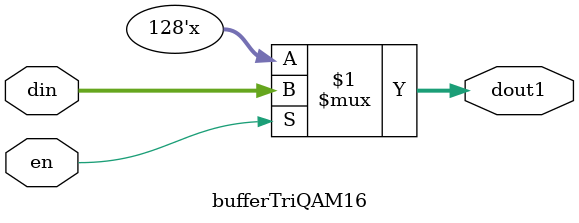
<source format=v>
module bufferTriQAM16#
(
	parameter WIDTH = 8,
	parameter n = 16
)
(
	input [n*WIDTH-1:0]din,
	input en,
	output [n*WIDTH-1:0]dout1
	//output [n*WIDTH-1:0]dout2
);

assign dout1 = en ? din:128'bz; 
//assign dout2 = en ? din:128'bz;

endmodule
</source>
